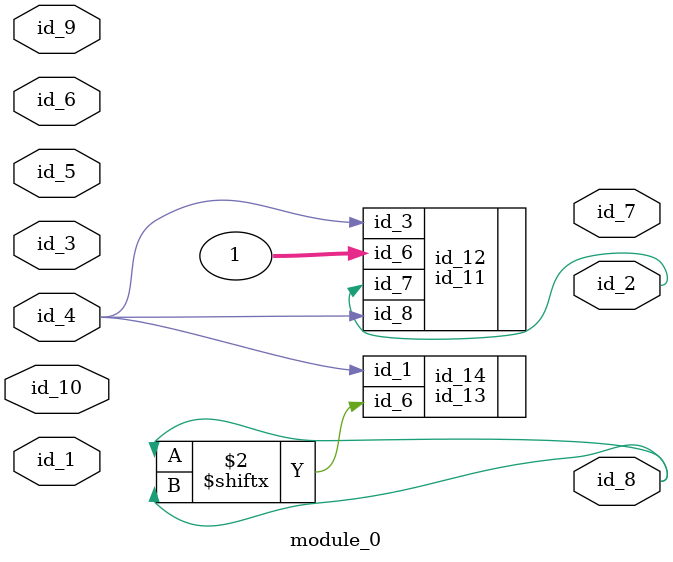
<source format=v>
module module_0 (
    id_1,
    id_2,
    id_3,
    id_4,
    id_5,
    id_6,
    id_7,
    id_8,
    id_9,
    id_10
);
  input id_10;
  input id_9;
  output id_8;
  output id_7;
  input id_6;
  input id_5;
  input id_4;
  input id_3;
  output id_2;
  input id_1;
  id_11 id_12 (
      .id_3(id_4),
      .id_6(1),
      .id_8(id_4),
      .id_7(id_2)
  );
  id_13 id_14 (
      .id_6(id_8[id_8]),
      .id_1(id_4)
  );
endmodule

</source>
